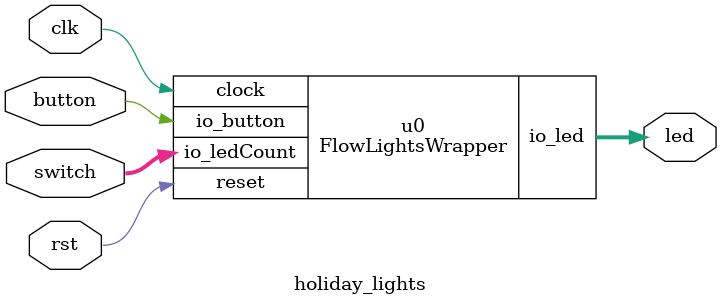
<source format=v>

module FlowLights(
  input         clock,
  input         reset,
  input         io_button,
  input  [2:0]  io_ledCount,
  output [15:0] io_led
);
`ifdef RANDOMIZE_REG_INIT
  reg [31:0] _RAND_0;
  reg [31:0] _RAND_1;
`endif // RANDOMIZE_REG_INIT
  reg [15:0] ledReg; // @[flowLights.scala 15:23]
  reg [31:0] clkReg; // @[flowLights.scala 16:23]
  wire [2:0] _ledReg_T_1 = io_ledCount + 3'h1; // @[flowLights.scala 31:56]
  wire [1:0] _ledReg_res_T_5 = {3'h1 < _ledReg_T_1, 1'h0}; // @[flowLights.scala 25:79]
  wire [2:0] _ledReg_res_T_8 = {3'h2 < _ledReg_T_1, 2'h0}; // @[flowLights.scala 25:79]
  wire [3:0] _ledReg_res_T_11 = {3'h3 < _ledReg_T_1, 3'h0}; // @[flowLights.scala 25:79]
  wire [4:0] _ledReg_res_T_14 = {3'h4 < _ledReg_T_1, 4'h0}; // @[flowLights.scala 25:79]
  wire [5:0] _ledReg_res_T_17 = {3'h5 < _ledReg_T_1, 5'h0}; // @[flowLights.scala 25:79]
  wire [6:0] _ledReg_res_T_20 = {3'h6 < _ledReg_T_1, 6'h0}; // @[flowLights.scala 25:79]
  wire [1:0] _GEN_2 = {{1'd0}, 3'h0 < _ledReg_T_1}; // @[flowLights.scala 25:94]
  wire [1:0] _ledReg_res_T_48 = _GEN_2 | _ledReg_res_T_5; // @[flowLights.scala 25:94]
  wire [2:0] _GEN_3 = {{1'd0}, _ledReg_res_T_48}; // @[flowLights.scala 25:94]
  wire [2:0] _ledReg_res_T_49 = _GEN_3 | _ledReg_res_T_8; // @[flowLights.scala 25:94]
  wire [3:0] _GEN_4 = {{1'd0}, _ledReg_res_T_49}; // @[flowLights.scala 25:94]
  wire [3:0] _ledReg_res_T_50 = _GEN_4 | _ledReg_res_T_11; // @[flowLights.scala 25:94]
  wire [4:0] _GEN_5 = {{1'd0}, _ledReg_res_T_50}; // @[flowLights.scala 25:94]
  wire [4:0] _ledReg_res_T_51 = _GEN_5 | _ledReg_res_T_14; // @[flowLights.scala 25:94]
  wire [5:0] _GEN_6 = {{1'd0}, _ledReg_res_T_51}; // @[flowLights.scala 25:94]
  wire [5:0] _ledReg_res_T_52 = _GEN_6 | _ledReg_res_T_17; // @[flowLights.scala 25:94]
  wire [6:0] _GEN_7 = {{1'd0}, _ledReg_res_T_52}; // @[flowLights.scala 25:94]
  wire [6:0] _ledReg_res_T_53 = _GEN_7 | _ledReg_res_T_20; // @[flowLights.scala 25:94]
  wire [7:0] _ledReg_res_T_54 = {{1'd0}, _ledReg_res_T_53}; // @[flowLights.scala 25:94]
  wire [8:0] _ledReg_res_T_55 = {{1'd0}, _ledReg_res_T_54}; // @[flowLights.scala 25:94]
  wire [9:0] _ledReg_res_T_56 = {{1'd0}, _ledReg_res_T_55}; // @[flowLights.scala 25:94]
  wire [10:0] _ledReg_res_T_57 = {{1'd0}, _ledReg_res_T_56}; // @[flowLights.scala 25:94]
  wire [11:0] _ledReg_res_T_58 = {{1'd0}, _ledReg_res_T_57}; // @[flowLights.scala 25:94]
  wire [12:0] _ledReg_res_T_59 = {{1'd0}, _ledReg_res_T_58}; // @[flowLights.scala 25:94]
  wire [13:0] _ledReg_res_T_60 = {{1'd0}, _ledReg_res_T_59}; // @[flowLights.scala 25:94]
  wire [14:0] _ledReg_res_T_61 = {{1'd0}, _ledReg_res_T_60}; // @[flowLights.scala 25:94]
  wire [15:0] ledReg_res = {{1'd0}, _ledReg_res_T_61}; // @[flowLights.scala 25:94]
  wire  _ledReg_T_3 = ~reset; // @[flowLights.scala 26:11]
  wire  ledReg_newUInt_lo_lo_lo_hi = ledReg[0]; // @[flowLights.scala 19:21]
  wire  ledReg_newUInt_lo_lo_hi_lo = ledReg[1]; // @[flowLights.scala 19:21]
  wire  ledReg_newUInt_lo_lo_hi_hi = ledReg[2]; // @[flowLights.scala 19:21]
  wire  ledReg_newUInt_lo_hi_lo_lo = ledReg[3]; // @[flowLights.scala 19:21]
  wire  ledReg_newUInt_lo_hi_lo_hi = ledReg[4]; // @[flowLights.scala 19:21]
  wire  ledReg_newUInt_lo_hi_hi_lo = ledReg[5]; // @[flowLights.scala 19:21]
  wire  ledReg_newUInt_lo_hi_hi_hi = ledReg[6]; // @[flowLights.scala 19:21]
  wire  ledReg_newUInt_hi_lo_lo_lo = ledReg[7]; // @[flowLights.scala 19:21]
  wire  ledReg_newUInt_hi_lo_lo_hi = ledReg[8]; // @[flowLights.scala 19:21]
  wire  ledReg_newUInt_hi_lo_hi_lo = ledReg[9]; // @[flowLights.scala 19:21]
  wire  ledReg_newUInt_hi_lo_hi_hi = ledReg[10]; // @[flowLights.scala 19:21]
  wire  ledReg_newUInt_hi_hi_lo_lo = ledReg[11]; // @[flowLights.scala 19:21]
  wire  ledReg_newUInt_hi_hi_lo_hi = ledReg[12]; // @[flowLights.scala 19:21]
  wire  ledReg_newUInt_hi_hi_hi_lo = ledReg[13]; // @[flowLights.scala 19:21]
  wire  ledReg_newUInt_hi_hi_hi_hi = ledReg[14]; // @[flowLights.scala 19:21]
  wire  ledReg_newUInt_lo_lo_lo_lo = ledReg[15]; // @[flowLights.scala 19:21]
  wire [7:0] ledReg_newUInt_lo = {ledReg_newUInt_lo_hi_hi_hi,ledReg_newUInt_lo_hi_hi_lo,ledReg_newUInt_lo_hi_lo_hi,
    ledReg_newUInt_lo_hi_lo_lo,ledReg_newUInt_lo_lo_hi_hi,ledReg_newUInt_lo_lo_hi_lo,ledReg_newUInt_lo_lo_lo_hi,
    ledReg_newUInt_lo_lo_lo_lo}; // @[Cat.scala 30:58]
  wire [15:0] ledReg_newUInt = {ledReg_newUInt_hi_hi_hi_hi,ledReg_newUInt_hi_hi_hi_lo,ledReg_newUInt_hi_hi_lo_hi,
    ledReg_newUInt_hi_hi_lo_lo,ledReg_newUInt_hi_lo_hi_hi,ledReg_newUInt_hi_lo_hi_lo,ledReg_newUInt_hi_lo_lo_hi,
    ledReg_newUInt_hi_lo_lo_lo,ledReg_newUInt_lo}; // @[Cat.scala 30:58]
  wire [31:0] _clkReg_T_2 = clkReg + 32'h1; // @[flowLights.scala 36:51]
  assign io_led = ledReg; // @[flowLights.scala 38:10]
  always @(posedge clock) begin
    if (reset) begin // @[flowLights.scala 15:23]
      ledReg <= 16'h1; // @[flowLights.scala 15:23]
    end else if (io_button) begin // @[flowLights.scala 30:27]
      ledReg <= ledReg_res; // @[flowLights.scala 31:12]
    end else if (clkReg == 32'h0) begin // @[flowLights.scala 35:18]
      ledReg <= ledReg_newUInt;
    end
    if (reset) begin // @[flowLights.scala 16:23]
      clkReg <= 32'h1; // @[flowLights.scala 16:23]
    end else if (io_button) begin // @[flowLights.scala 30:27]
      clkReg <= 32'h2; // @[flowLights.scala 33:12]
    end else if (clkReg == 32'h2) begin // @[flowLights.scala 36:18]
      clkReg <= 32'h0;
    end else begin
      clkReg <= _clkReg_T_2;
    end
    `ifndef SYNTHESIS
    `ifdef PRINTF_COND
      if (`PRINTF_COND) begin
    `endif
        if (io_button & ~reset) begin
          $fwrite(32'h80000002,"res = %b\n",ledReg_res); // @[flowLights.scala 26:11]
        end
    `ifdef PRINTF_COND
      end
    `endif
    `endif // SYNTHESIS
    `ifndef SYNTHESIS
    `ifdef PRINTF_COND
      if (`PRINTF_COND) begin
    `endif
        if (io_button & _ledReg_T_3) begin
          $fwrite(32'h80000002,"generated: %b\n",ledReg); // @[flowLights.scala 32:11]
        end
    `ifdef PRINTF_COND
      end
    `endif
    `endif // SYNTHESIS
  end
// Register and memory initialization
`ifdef RANDOMIZE_GARBAGE_ASSIGN
`define RANDOMIZE
`endif
`ifdef RANDOMIZE_INVALID_ASSIGN
`define RANDOMIZE
`endif
`ifdef RANDOMIZE_REG_INIT
`define RANDOMIZE
`endif
`ifdef RANDOMIZE_MEM_INIT
`define RANDOMIZE
`endif
`ifndef RANDOM
`define RANDOM $random
`endif
`ifdef RANDOMIZE_MEM_INIT
  integer initvar;
`endif
`ifndef SYNTHESIS
`ifdef FIRRTL_BEFORE_INITIAL
`FIRRTL_BEFORE_INITIAL
`endif
initial begin
  `ifdef RANDOMIZE
    `ifdef INIT_RANDOM
      `INIT_RANDOM
    `endif
    `ifndef VERILATOR
      `ifdef RANDOMIZE_DELAY
        #`RANDOMIZE_DELAY begin end
      `else
        #0.002 begin end
      `endif
    `endif
`ifdef RANDOMIZE_REG_INIT
  _RAND_0 = {1{`RANDOM}};
  ledReg = _RAND_0[15:0];
  _RAND_1 = {1{`RANDOM}};
  clkReg = _RAND_1[31:0];
`endif // RANDOMIZE_REG_INIT
  `endif // RANDOMIZE
end // initial
`ifdef FIRRTL_AFTER_INITIAL
`FIRRTL_AFTER_INITIAL
`endif
`endif // SYNTHESIS
endmodule
module FlowLightsWrapper(
  input         clock,
  input         reset,
  input         io_button,
  input  [2:0]  io_ledCount,
  output [15:0] io_led
);
  wire  flowLights_clock; // @[flowLights.scala 50:26]
  wire  flowLights_reset; // @[flowLights.scala 50:26]
  wire  flowLights_io_button; // @[flowLights.scala 50:26]
  wire [2:0] flowLights_io_ledCount; // @[flowLights.scala 50:26]
  wire [15:0] flowLights_io_led; // @[flowLights.scala 50:26]
  FlowLights flowLights ( // @[flowLights.scala 50:26]
    .clock(flowLights_clock),
    .reset(flowLights_reset),
    .io_button(flowLights_io_button),
    .io_ledCount(flowLights_io_ledCount),
    .io_led(flowLights_io_led)
  );
  assign io_led = flowLights_io_led; // @[flowLights.scala 53:10]
  assign flowLights_clock = clock;
  assign flowLights_reset = reset;
  assign flowLights_io_button = io_button; // @[flowLights.scala 52:24]
  assign flowLights_io_ledCount = io_ledCount; // @[flowLights.scala 55:32]
endmodule


module holiday_lights (input wire clk,
                       input wire rst,
                       input wire button,
                       input wire [2:0] switch,
                       output wire [15:0] led);
    FlowLightsWrapper u0(
        .clock(clk),
        .reset(rst),
        .io_button(button),
        .io_led(led),
        .io_ledCount(switch)
    );
endmodule

</source>
